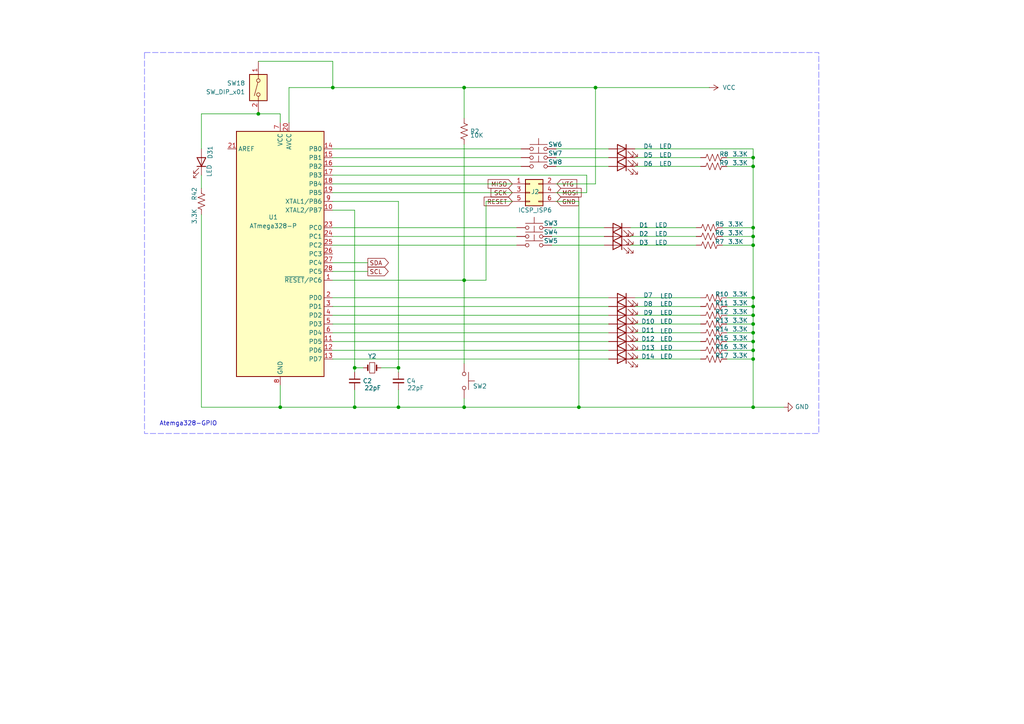
<source format=kicad_sch>
(kicad_sch (version 20250114) (generator "eeschema") (generator_version "9.0")
  (paper "A4")
  (lib_symbols
    (symbol "Connector_Generic:Conn_02x03_Odd_Even" (pin_names (offset 1.016) (hide yes))
      (property "Reference" "J" (at 1.27 5.08 0))
      (property "Value" "Conn_02x03_Odd_Even" (at 1.27 -5.08 0))
      (symbol "Conn_02x03_Odd_Even_1_1"
        (rectangle (start -1.27 3.81) (end 3.81 -3.81) (stroke (width 0.254)) (fill (type background)))
        (rectangle (start -1.27 2.667) (end 0 2.413) (stroke (width 0.1524)))
        (rectangle (start -1.27 0.127) (end 0 -0.127) (stroke (width 0.1524)))
        (rectangle (start -1.27 -2.413) (end 0 -2.667) (stroke (width 0.1524)))
        (rectangle (start 3.81 2.667) (end 2.54 2.413) (stroke (width 0.1524)))
        (rectangle (start 3.81 0.127) (end 2.54 -0.127) (stroke (width 0.1524)))
        (rectangle (start 3.81 -2.413) (end 2.54 -2.667) (stroke (width 0.1524)))
        (pin passive line (at -5.08 2.54 0) (length 3.81) (name "Pin_1") (number "1"))
        (pin passive line (at -5.08 0 0) (length 3.81) (name "Pin_3") (number "3"))
        (pin passive line (at -5.08 -2.54 0) (length 3.81) (name "Pin_5") (number "5"))
        (pin passive line (at 7.62 2.54 180) (length 3.81) (name "Pin_2") (number "2"))
        (pin passive line (at 7.62 0 180) (length 3.81) (name "Pin_4") (number "4"))
        (pin passive line (at 7.62 -2.54 180) (length 3.81) (name "Pin_6") (number "6"))
      )
    )
    (symbol "Device:C_Small" (pin_numbers (hide yes)) (pin_names (offset 0.254) (hide yes))
      (property "Reference" "C" (at 0.254 1.778 0))
      (property "Value" "C_Small" (at 0.254 -2.032 0))
      (symbol "C_Small_0_1"
        (polyline (pts (xy -1.524 0.508) (xy 1.524 0.508)) (stroke (width 0.3048)))
        (polyline (pts (xy -1.524 -0.508) (xy 1.524 -0.508)) (stroke (width 0.3302)))
      )
      (symbol "C_Small_1_1"
        (pin passive line (at 0 2.54 270) (length 2.032) (name "~") (number "1"))
        (pin passive line (at 0 -2.54 90) (length 2.032) (name "~") (number "2"))
      )
    )
    (symbol "Device:Crystal_Small" (pin_numbers (hide yes)) (pin_names (offset 1.016) (hide yes))
      (property "Reference" "Y" (at 0 2.54 0))
      (property "Value" "Crystal_Small" (at 0 -2.54 0))
      (symbol "Crystal_Small_0_1"
        (polyline (pts (xy -1.27 -0.762) (xy -1.27 0.762)) (stroke (width 0.381)))
        (rectangle (start -0.762 -1.524) (end 0.762 1.524))
        (polyline (pts (xy 1.27 -0.762) (xy 1.27 0.762)) (stroke (width 0.381)))
      )
      (symbol "Crystal_Small_1_1"
        (pin passive line (at -2.54 0 0) (length 1.27) (name "1") (number "1"))
        (pin passive line (at 2.54 0 180) (length 1.27) (name "2") (number "2"))
      )
    )
    (symbol "Device:LED" (pin_numbers (hide yes)) (pin_names (offset 1.016) (hide yes))
      (property "Reference" "D" (at 0 2.54 0))
      (property "Value" "LED" (at 0 -2.54 0))
      (symbol "LED_0_1"
        (polyline (pts (xy -3.048 -0.762) (xy -4.572 -2.286) (xy -3.81 -2.286) (xy -4.572 -2.286) (xy -4.572 -1.524)))
        (polyline (pts (xy -1.778 -0.762) (xy -3.302 -2.286) (xy -2.54 -2.286) (xy -3.302 -2.286) (xy -3.302 -1.524)))
        (polyline (pts (xy -1.27 0) (xy 1.27 0)))
        (polyline (pts (xy -1.27 -1.27) (xy -1.27 1.27)) (stroke (width 0.254)))
        (polyline (pts (xy 1.27 -1.27) (xy 1.27 1.27) (xy -1.27 0) (xy 1.27 -1.27)) (stroke (width 0.254)))
      )
      (symbol "LED_1_1"
        (pin passive line (at -3.81 0 0) (length 2.54) (name "K") (number "1"))
        (pin passive line (at 3.81 0 180) (length 2.54) (name "A") (number "2"))
      )
    )
    (symbol "Device:R_US" (pin_numbers (hide yes)) (pin_names (offset 0))
      (property "Reference" "R" (at 2.54 0 90))
      (property "Value" "R_US" (at -2.54 0 90))
      (symbol "R_US_0_1"
        (polyline (pts (xy 0 2.286) (xy 0 2.54)))
        (polyline (pts (xy 0 2.286) (xy 1.016 1.905) (xy 0 1.524) (xy -1.016 1.143) (xy 0 0.762)))
        (polyline (pts (xy 0 0.762) (xy 1.016 0.381) (xy 0 0) (xy -1.016 -0.381) (xy 0 -0.762)))
        (polyline (pts (xy 0 -0.762) (xy 1.016 -1.143) (xy 0 -1.524) (xy -1.016 -1.905) (xy 0 -2.286)))
        (polyline (pts (xy 0 -2.286) (xy 0 -2.54)))
      )
      (symbol "R_US_1_1"
        (pin passive line (at 0 3.81 270) (length 1.27) (name "~") (number "1"))
        (pin passive line (at 0 -3.81 90) (length 1.27) (name "~") (number "2"))
      )
    )
    (symbol "MCU_Microchip_ATmega:ATmega328-P"
      (property "Reference" "U" (at -12.7 36.83 0))
      (property "Value" "ATmega328-P" (at 2.54 -36.83 0))
      (symbol "ATmega328-P_0_1"
        (rectangle (start -12.7 -35.56) (end 12.7 35.56) (stroke (width 0.254)) (fill (type background)))
      )
      (symbol "ATmega328-P_1_1"
        (pin passive line (at -15.24 30.48 0) (length 2.54) (name "AREF") (number "21"))
        (pin power_in line (at 0 38.1 270) (length 2.54) (name "VCC") (number "7"))
        (pin passive line (at 0 -38.1 90) (length 2.54) (hide yes) (name "GND") (number "22"))
        (pin power_in line (at 0 -38.1 90) (length 2.54) (name "GND") (number "8"))
        (pin power_in line (at 2.54 38.1 270) (length 2.54) (name "AVCC") (number "20"))
        (pin bidirectional line (at 15.24 30.48 180) (length 2.54) (name "PB0") (number "14"))
        (pin bidirectional line (at 15.24 27.94 180) (length 2.54) (name "PB1") (number "15"))
        (pin bidirectional line (at 15.24 25.4 180) (length 2.54) (name "PB2") (number "16"))
        (pin bidirectional line (at 15.24 22.86 180) (length 2.54) (name "PB3") (number "17"))
        (pin bidirectional line (at 15.24 20.32 180) (length 2.54) (name "PB4") (number "18"))
        (pin bidirectional line (at 15.24 17.78 180) (length 2.54) (name "PB5") (number "19"))
        (pin bidirectional line (at 15.24 15.24 180) (length 2.54) (name "XTAL1/PB6") (number "9"))
        (pin bidirectional line (at 15.24 12.7 180) (length 2.54) (name "XTAL2/PB7") (number "10"))
        (pin bidirectional line (at 15.24 7.62 180) (length 2.54) (name "PC0") (number "23"))
        (pin bidirectional line (at 15.24 5.08 180) (length 2.54) (name "PC1") (number "24"))
        (pin bidirectional line (at 15.24 2.54 180) (length 2.54) (name "PC2") (number "25"))
        (pin bidirectional line (at 15.24 0 180) (length 2.54) (name "PC3") (number "26"))
        (pin bidirectional line (at 15.24 -2.54 180) (length 2.54) (name "PC4") (number "27"))
        (pin bidirectional line (at 15.24 -5.08 180) (length 2.54) (name "PC5") (number "28"))
        (pin bidirectional line (at 15.24 -7.62 180) (length 2.54) (name "~{RESET}/PC6") (number "1"))
        (pin bidirectional line (at 15.24 -12.7 180) (length 2.54) (name "PD0") (number "2"))
        (pin bidirectional line (at 15.24 -15.24 180) (length 2.54) (name "PD1") (number "3"))
        (pin bidirectional line (at 15.24 -17.78 180) (length 2.54) (name "PD2") (number "4"))
        (pin bidirectional line (at 15.24 -20.32 180) (length 2.54) (name "PD3") (number "5"))
        (pin bidirectional line (at 15.24 -22.86 180) (length 2.54) (name "PD4") (number "6"))
        (pin bidirectional line (at 15.24 -25.4 180) (length 2.54) (name "PD5") (number "11"))
        (pin bidirectional line (at 15.24 -27.94 180) (length 2.54) (name "PD6") (number "12"))
        (pin bidirectional line (at 15.24 -30.48 180) (length 2.54) (name "PD7") (number "13"))
      )
    )
    (symbol "Switch:SW_DIP_x01" (pin_names (offset 0) (hide yes))
      (property "Reference" "SW" (at 0 3.81 0))
      (property "Value" "SW_DIP_x01" (at 0 -3.81 0))
      (symbol "SW_DIP_x01_0_0"
        (circle (center -2.032 0) (radius 0.508))
        (polyline (pts (xy -1.524 0.127) (xy 2.3622 1.1684)))
        (circle (center 2.032 0) (radius 0.508))
      )
      (symbol "SW_DIP_x01_0_1"
        (rectangle (start -3.81 2.54) (end 3.81 -2.54) (stroke (width 0.254)) (fill (type background)))
      )
      (symbol "SW_DIP_x01_1_1"
        (pin passive line (at -7.62 0 0) (length 5.08) (name "~") (number "1"))
        (pin passive line (at 7.62 0 180) (length 5.08) (name "~") (number "2"))
      )
    )
    (symbol "Switch:SW_Push" (pin_numbers (hide yes)) (pin_names (offset 1.016) (hide yes))
      (property "Reference" "SW" (at 1.27 2.54 0))
      (property "Value" "SW_Push" (at 0 -1.524 0))
      (symbol "SW_Push_0_1"
        (circle (center -2.032 0) (radius 0.508))
        (polyline (pts (xy 0 1.27) (xy 0 3.048)))
        (circle (center 2.032 0) (radius 0.508))
        (polyline (pts (xy 2.54 1.27) (xy -2.54 1.27)))
        (pin passive line (at -5.08 0 0) (length 2.54) (name "1") (number "1"))
        (pin passive line (at 5.08 0 180) (length 2.54) (name "2") (number "2"))
      )
    )
    (symbol "power:GND" (power) (pin_numbers (hide yes)) (pin_names (offset 0) (hide yes))
      (property "Value" "GND" (at 0 -3.81 0))
      (symbol "GND_0_1"
        (polyline (pts (xy 0 0) (xy 0 -1.27) (xy 1.27 -1.27) (xy 0 -2.54) (xy -1.27 -1.27) (xy 0 -1.27)))
      )
      (symbol "GND_1_1"
        (pin power_in line (at 0 0 270) (length 0) (name "~") (number "1"))
      )
    )
    (symbol "power:VCC" (power) (pin_numbers (hide yes)) (pin_names (offset 0) (hide yes))
      (property "Value" "VCC" (at 0 3.556 0))
      (symbol "VCC_0_1"
        (polyline (pts (xy -0.762 1.27) (xy 0 2.54)))
        (polyline (pts (xy 0 2.54) (xy 0.762 1.27)))
        (polyline (pts (xy 0 0) (xy 0 2.54)))
      )
      (symbol "VCC_1_1"
        (pin power_in line (at 0 0 90) (length 0) (name "~") (number "1"))
      )
    )
  )
  (rectangle (start 41.91 15.24) (end 237.49 125.73) (stroke (width 0) (type dash) (color 99 93 255 1)))
  (text "Atemga328-GPIO" (at 54.61 122.936 0) (effects (font (size 1.27 1.27))))
  (junction (at 134.62 25.4))
  (junction (at 218.44 86.36))
  (junction (at 218.44 45.72))
  (junction (at 218.44 99.06))
  (junction (at 167.894 118.11))
  (junction (at 218.44 71.12))
  (junction (at 218.44 118.11))
  (junction (at 115.57 118.11))
  (junction (at 218.44 101.6))
  (junction (at 218.44 104.14))
  (junction (at 218.44 66.04))
  (junction (at 218.44 96.52))
  (junction (at 218.44 68.58))
  (junction (at 81.28 118.11))
  (junction (at 218.44 93.98))
  (junction (at 134.62 118.11))
  (junction (at 218.44 48.26))
  (junction (at 115.57 106.68))
  (junction (at 134.62 81.28))
  (junction (at 102.87 118.11))
  (junction (at 218.44 88.9))
  (junction (at 102.87 106.68))
  (junction (at 218.44 91.44))
  (junction (at 74.93 33.02))
  (junction (at 96.52 25.4))
  (junction (at 172.72 25.4))
  (wire (pts (xy 134.62 25.4) (xy 134.62 34.29)))
  (wire (pts (xy 96.52 78.74) (xy 106.68 78.74)))
  (wire (pts (xy 96.52 68.58) (xy 149.86 68.58)))
  (wire (pts (xy 58.42 62.23) (xy 58.42 118.11)))
  (wire (pts (xy 172.72 25.4) (xy 205.74 25.4)))
  (wire (pts (xy 210.82 99.06) (xy 218.44 99.06)))
  (wire (pts (xy 74.93 33.02) (xy 81.28 33.02)))
  (wire (pts (xy 209.55 66.04) (xy 218.44 66.04)))
  (wire (pts (xy 134.62 118.11) (xy 167.894 118.11)))
  (wire (pts (xy 96.52 96.52) (xy 176.53 96.52)))
  (wire (pts (xy 161.29 58.42) (xy 167.894 58.42)))
  (wire (pts (xy 96.52 48.26) (xy 151.13 48.26)))
  (wire (pts (xy 218.44 66.04) (xy 218.44 68.58)))
  (wire (pts (xy 96.52 76.2) (xy 106.68 76.2)))
  (wire (pts (xy 182.88 68.58) (xy 201.93 68.58)))
  (wire (pts (xy 184.15 96.52) (xy 203.2 96.52)))
  (wire (pts (xy 184.15 99.06) (xy 203.2 99.06)))
  (wire (pts (xy 161.29 43.18) (xy 176.53 43.18)))
  (wire (pts (xy 218.44 68.58) (xy 218.44 71.12)))
  (wire (pts (xy 218.44 96.52) (xy 218.44 99.06)))
  (wire (pts (xy 58.42 118.11) (xy 81.28 118.11)))
  (wire (pts (xy 102.87 118.11) (xy 115.57 118.11)))
  (wire (pts (xy 58.42 43.18) (xy 58.42 33.02)))
  (wire (pts (xy 96.52 91.44) (xy 176.53 91.44)))
  (wire (pts (xy 218.44 104.14) (xy 218.44 118.11)))
  (wire (pts (xy 134.62 25.4) (xy 172.72 25.4)))
  (wire (pts (xy 218.44 71.12) (xy 218.44 86.36)))
  (wire (pts (xy 83.82 25.4) (xy 83.82 35.56)))
  (wire (pts (xy 161.29 45.72) (xy 176.53 45.72)))
  (wire (pts (xy 134.62 41.91) (xy 134.62 81.28)))
  (wire (pts (xy 184.15 48.26) (xy 203.2 48.26)))
  (wire (pts (xy 210.82 101.6) (xy 218.44 101.6)))
  (wire (pts (xy 96.52 55.88) (xy 148.59 55.88)))
  (wire (pts (xy 210.82 93.98) (xy 218.44 93.98)))
  (wire (pts (xy 96.52 99.06) (xy 176.53 99.06)))
  (wire (pts (xy 58.42 33.02) (xy 74.93 33.02)))
  (wire (pts (xy 140.97 58.42) (xy 140.97 81.28)))
  (wire (pts (xy 210.82 104.14) (xy 218.44 104.14)))
  (wire (pts (xy 74.93 17.78) (xy 96.52 17.78)))
  (wire (pts (xy 218.44 101.6) (xy 218.44 104.14)))
  (wire (pts (xy 96.52 58.42) (xy 115.57 58.42)))
  (wire (pts (xy 58.42 50.8) (xy 58.42 54.61)))
  (wire (pts (xy 148.59 58.42) (xy 140.97 58.42)))
  (wire (pts (xy 184.15 101.6) (xy 203.2 101.6)))
  (wire (pts (xy 184.15 43.18) (xy 218.44 43.18)))
  (wire (pts (xy 209.55 68.58) (xy 218.44 68.58)))
  (wire (pts (xy 102.87 106.68) (xy 105.41 106.68)))
  (wire (pts (xy 218.44 45.72) (xy 218.44 48.26)))
  (wire (pts (xy 218.44 48.26) (xy 218.44 66.04)))
  (wire (pts (xy 81.28 118.11) (xy 102.87 118.11)))
  (wire (pts (xy 182.88 71.12) (xy 201.93 71.12)))
  (wire (pts (xy 160.02 71.12) (xy 175.26 71.12)))
  (wire (pts (xy 96.52 53.34) (xy 148.59 53.34)))
  (wire (pts (xy 115.57 118.11) (xy 134.62 118.11)))
  (wire (pts (xy 161.29 48.26) (xy 176.53 48.26)))
  (wire (pts (xy 167.894 118.11) (xy 218.44 118.11)))
  (wire (pts (xy 182.88 66.04) (xy 201.93 66.04)))
  (wire (pts (xy 83.82 25.4) (xy 96.52 25.4)))
  (wire (pts (xy 218.44 86.36) (xy 218.44 88.9)))
  (wire (pts (xy 134.62 81.28) (xy 134.62 105.41)))
  (wire (pts (xy 96.52 50.8) (xy 170.18 50.8)))
  (wire (pts (xy 96.52 17.78) (xy 96.52 25.4)))
  (wire (pts (xy 184.15 91.44) (xy 203.2 91.44)))
  (wire (pts (xy 209.55 71.12) (xy 218.44 71.12)))
  (wire (pts (xy 184.15 104.14) (xy 203.2 104.14)))
  (wire (pts (xy 102.87 113.03) (xy 102.87 118.11)))
  (wire (pts (xy 96.52 93.98) (xy 176.53 93.98)))
  (wire (pts (xy 115.57 113.03) (xy 115.57 118.11)))
  (wire (pts (xy 210.82 48.26) (xy 218.44 48.26)))
  (wire (pts (xy 102.87 60.96) (xy 96.52 60.96)))
  (wire (pts (xy 96.52 71.12) (xy 149.86 71.12)))
  (wire (pts (xy 170.18 50.8) (xy 170.18 55.88)))
  (wire (pts (xy 218.44 88.9) (xy 218.44 91.44)))
  (wire (pts (xy 210.82 86.36) (xy 218.44 86.36)))
  (wire (pts (xy 218.44 99.06) (xy 218.44 101.6)))
  (wire (pts (xy 96.52 25.4) (xy 134.62 25.4)))
  (wire (pts (xy 210.82 91.44) (xy 218.44 91.44)))
  (wire (pts (xy 210.82 96.52) (xy 218.44 96.52)))
  (wire (pts (xy 96.52 45.72) (xy 151.13 45.72)))
  (wire (pts (xy 184.15 86.36) (xy 203.2 86.36)))
  (wire (pts (xy 218.44 93.98) (xy 218.44 96.52)))
  (wire (pts (xy 172.72 53.34) (xy 161.29 53.34)))
  (wire (pts (xy 184.15 88.9) (xy 203.2 88.9)))
  (wire (pts (xy 96.52 104.14) (xy 176.53 104.14)))
  (wire (pts (xy 218.44 43.18) (xy 218.44 45.72)))
  (wire (pts (xy 96.52 81.28) (xy 134.62 81.28)))
  (wire (pts (xy 134.62 115.57) (xy 134.62 118.11)))
  (wire (pts (xy 102.87 106.68) (xy 102.87 107.95)))
  (wire (pts (xy 218.44 118.11) (xy 227.33 118.11)))
  (wire (pts (xy 96.52 43.18) (xy 151.13 43.18)))
  (wire (pts (xy 96.52 66.04) (xy 149.86 66.04)))
  (wire (pts (xy 81.28 33.02) (xy 81.28 35.56)))
  (wire (pts (xy 210.82 88.9) (xy 218.44 88.9)))
  (wire (pts (xy 96.52 86.36) (xy 176.53 86.36)))
  (wire (pts (xy 184.15 93.98) (xy 203.2 93.98)))
  (wire (pts (xy 167.894 58.42) (xy 167.894 118.11)))
  (wire (pts (xy 160.02 66.04) (xy 175.26 66.04)))
  (wire (pts (xy 81.28 111.76) (xy 81.28 118.11)))
  (wire (pts (xy 218.44 91.44) (xy 218.44 93.98)))
  (wire (pts (xy 96.52 101.6) (xy 176.53 101.6)))
  (wire (pts (xy 134.62 81.28) (xy 140.97 81.28)))
  (wire (pts (xy 160.02 68.58) (xy 175.26 68.58)))
  (wire (pts (xy 115.57 106.68) (xy 115.57 107.95)))
  (wire (pts (xy 172.72 25.4) (xy 172.72 53.34)))
  (wire (pts (xy 96.52 88.9) (xy 176.53 88.9)))
  (wire (pts (xy 110.49 106.68) (xy 115.57 106.68)))
  (wire (pts (xy 170.18 55.88) (xy 161.29 55.88)))
  (wire (pts (xy 115.57 58.42) (xy 115.57 106.68)))
  (wire (pts (xy 184.15 45.72) (xy 203.2 45.72)))
  (wire (pts (xy 102.87 60.96) (xy 102.87 106.68)))
  (wire (pts (xy 210.82 45.72) (xy 218.44 45.72)))
  (global_label "SCL" (shape output) (at 106.68 78.74 0) (property "Intersheetrefs" "${INTERSHEET_REFS}" (effects (hide yes))))
  (global_label "RESET" (shape input) (at 148.59 58.42 180) (property "Intersheetrefs" "${INTERSHEET_REFS}" (effects (hide yes))))
  (global_label "VTG" (shape input) (at 161.544 53.34 0) (property "Intersheetrefs" "${INTERSHEET_REFS}" (effects (hide yes))))
  (global_label "SCK" (shape input) (at 148.59 55.88 180) (property "Intersheetrefs" "${INTERSHEET_REFS}" (effects (hide yes))))
  (global_label "GND" (shape input) (at 161.544 58.42 0) (property "Intersheetrefs" "${INTERSHEET_REFS}" (effects (hide yes))))
  (global_label "MOSI" (shape input) (at 161.544 55.88 0) (property "Intersheetrefs" "${INTERSHEET_REFS}" (effects (hide yes))))
  (global_label "MISO" (shape input) (at 148.59 53.34 180) (property "Intersheetrefs" "${INTERSHEET_REFS}" (effects (hide yes))))
  (global_label "SDA" (shape output) (at 106.68 76.2 0) (property "Intersheetrefs" "${INTERSHEET_REFS}" (effects (hide yes))))
  (symbol (lib_id "Device:R_US") (at 134.62 38.1 0) (unit 1)
    (property "Reference" "R2" (at 136.3472 38.1 0) (effects (justify left)))
    (property "Value" "10K" (at 136.3472 39.243 0) (effects (justify left)))
    (property "Footprint" "Resistor_THT:R_Axial_DIN0204_L3.6mm_D1.6mm_P5.08mm_Horizontal" (effects (hide yes)))
  )
  (symbol (lib_id "Device:Crystal_Small") (at 107.95 106.68 0) (unit 1)
    (property "Reference" "Y2" (at 107.95 103.3018 0))
    (property "Value" "16MHz" (effects (hide yes)))
    (property "Footprint" "Crystal:Crystal_HC49-4H_Vertical" (effects (hide yes)))
  )
  (symbol (lib_id "Device:C_Small") (at 102.87 110.49 0) (unit 1)
    (property "Reference" "C2" (at 105.2068 110.49 0) (effects (justify left)))
    (property "Value" "22pF" (at 105.664 112.522 0) (effects (justify left)))
    (property "Footprint" "Capacitor_THT:CP_Radial_D5.0mm_P2.00mm" (effects (hide yes)))
  )
  (symbol (lib_id "Device:C_Small") (at 115.57 110.49 0) (unit 1)
    (property "Reference" "C4" (at 117.9068 110.49 0) (effects (justify left)))
    (property "Value" "22pF" (at 118.11 112.522 0) (effects (justify left)))
    (property "Footprint" "Capacitor_THT:CP_Radial_D5.0mm_P2.00mm" (effects (hide yes)))
  )
  (symbol (lib_id "Connector_Generic:Conn_02x03_Odd_Even") (at 153.67 55.88 0) (unit 1)
    (property "Reference" "J2" (at 155.194 55.626 0))
    (property "Value" "ICSP_ISP6" (at 155.194 60.96 0))
    (property "Footprint" "Connector_PinHeader_2.00mm:PinHeader_2x03_P2.00mm_Vertical" (effects (hide yes)))
  )
  (symbol (lib_id "Switch:SW_Push") (at 154.94 66.04 0) (unit 1)
    (property "Reference" "SW3" (at 159.766 64.77 0))
    (property "Value" "SW_Push" (effects (hide yes)))
    (property "Footprint" "Button_Switch_THT:SW_DIP_SPSTx01_Slide_6.7x4.1mm_W7.62mm_P2.54mm_LowProfile" (effects (hide yes)))
    (property "Description" "Push button switch, generic, two pins" (effects (hide yes)))
  )
  (symbol (lib_id "Device:R_US") (at 205.74 66.04 90) (unit 1)
    (property "Reference" "R5" (at 210.058 65.024 90) (effects (justify left)))
    (property "Value" "3.3K" (at 215.646 65.024 90) (effects (justify left)))
    (property "Footprint" "Resistor_THT:R_Axial_DIN0204_L3.6mm_D1.6mm_P5.08mm_Horizontal" (effects (hide yes)))
  )
  (symbol (lib_id "Device:LED") (at 180.34 45.72 0) (mirror y) (unit 1)
    (property "Reference" "D5" (at 187.96 44.958 0))
    (property "Value" "LED" (at 193.04 44.958 0))
    (property "Footprint" "LED_THT:LED_D3.0mm_Horizontal_O1.27mm_Z2.0mm" (effects (hide yes)))
    (property "Description" "Light emitting diode" (effects (hide yes)))
    (property "Sim.Pins" "1=K 2=A" (effects (hide yes)))
  )
  (symbol (lib_id "Device:LED") (at 180.34 96.52 0) (mirror y) (unit 1)
    (property "Reference" "D11" (at 187.96 95.758 0))
    (property "Value" "LED" (at 193.294 96.012 0))
    (property "Footprint" "LED_THT:LED_D3.0mm_Horizontal_O1.27mm_Z2.0mm" (effects (hide yes)))
    (property "Description" "Light emitting diode" (effects (hide yes)))
    (property "Sim.Pins" "1=K 2=A" (effects (hide yes)))
  )
  (symbol (lib_id "power:VCC") (at 205.74 25.4 270) (unit 1)
    (property "Reference" "#PWR012" (effects (hide yes)))
    (property "Value" "VCC" (at 209.55 25.4 90) (effects (justify left)))
  )
  (symbol (lib_id "power:GND") (at 227.33 118.11 90) (unit 1)
    (property "Reference" "#PWR09" (effects (hide yes)))
    (property "Value" "GND" (at 230.5812 117.983 90) (effects (justify right)))
  )
  (symbol (lib_id "Device:R_US") (at 207.01 104.14 90) (unit 1)
    (property "Reference" "R17" (at 211.328 103.124 90) (effects (justify left)))
    (property "Value" "3.3K" (at 216.916 103.124 90) (effects (justify left)))
    (property "Footprint" "Resistor_THT:R_Axial_DIN0204_L3.6mm_D1.6mm_P5.08mm_Horizontal" (effects (hide yes)))
  )
  (symbol (lib_id "Device:R_US") (at 205.74 68.58 90) (unit 1)
    (property "Reference" "R6" (at 210.058 67.564 90) (effects (justify left)))
    (property "Value" "3.3K" (at 215.646 67.564 90) (effects (justify left)))
    (property "Footprint" "Resistor_THT:R_Axial_DIN0204_L3.6mm_D1.6mm_P5.08mm_Horizontal" (effects (hide yes)))
  )
  (symbol (lib_id "Device:R_US") (at 207.01 93.98 90) (unit 1)
    (property "Reference" "R13" (at 211.328 92.964 90) (effects (justify left)))
    (property "Value" "3.3K" (at 216.916 92.964 90) (effects (justify left)))
    (property "Footprint" "Resistor_THT:R_Axial_DIN0204_L3.6mm_D1.6mm_P5.08mm_Horizontal" (effects (hide yes)))
  )
  (symbol (lib_id "Device:LED") (at 180.34 93.98 0) (mirror y) (unit 1)
    (property "Reference" "D10" (at 187.96 93.218 0))
    (property "Value" "LED" (at 193.294 93.218 0))
    (property "Footprint" "LED_THT:LED_D3.0mm_Horizontal_O1.27mm_Z2.0mm" (effects (hide yes)))
    (property "Description" "Light emitting diode" (effects (hide yes)))
    (property "Sim.Pins" "1=K 2=A" (effects (hide yes)))
  )
  (symbol (lib_id "Device:LED") (at 180.34 91.44 0) (mirror y) (unit 1)
    (property "Reference" "D9" (at 187.96 90.678 0))
    (property "Value" "LED" (at 193.294 90.678 0))
    (property "Footprint" "LED_THT:LED_D3.0mm_Horizontal_O1.27mm_Z2.0mm" (effects (hide yes)))
    (property "Description" "Light emitting diode" (effects (hide yes)))
    (property "Sim.Pins" "1=K 2=A" (effects (hide yes)))
  )
  (symbol (lib_id "Device:LED") (at 180.34 99.06 0) (mirror y) (unit 1)
    (property "Reference" "D12" (at 187.96 98.298 0))
    (property "Value" "LED" (at 193.294 98.298 0))
    (property "Footprint" "LED_THT:LED_D3.0mm_Horizontal_O1.27mm_Z2.0mm" (effects (hide yes)))
    (property "Description" "Light emitting diode" (effects (hide yes)))
    (property "Sim.Pins" "1=K 2=A" (effects (hide yes)))
  )
  (symbol (lib_id "Device:R_US") (at 207.01 45.72 90) (unit 1)
    (property "Reference" "R8" (at 211.328 44.704 90) (effects (justify left)))
    (property "Value" "3.3K" (at 216.916 44.704 90) (effects (justify left)))
    (property "Footprint" "Resistor_THT:R_Axial_DIN0204_L3.6mm_D1.6mm_P5.08mm_Horizontal" (effects (hide yes)))
  )
  (symbol (lib_id "MCU_Microchip_ATmega:ATmega328-P") (at 81.28 73.66 0) (unit 1)
    (property "Reference" "U1" (at 79.248 62.992 0))
    (property "Value" "ATmega328-P" (at 79.248 65.532 0))
    (property "Footprint" "Package_DIP:DIP-28_W7.62mm" (effects (hide yes)))
    (property "Datasheet" "http://ww1.microchip.com/downloads/en/DeviceDoc/ATmega328_P%20AVR%20MCU%20with%20picoPower%20Technology%20Data%20Sheet%2040001984A.pdf" (effects (hide yes)))
    (property "Description" "20MHz, 32kB Flash, 2kB SRAM, 1kB EEPROM, DIP-28" (effects (hide yes)))
  )
  (symbol (lib_id "Device:LED") (at 58.42 46.99 270) (mirror x) (unit 1)
    (property "Reference" "D31" (at 60.96 44.196 0))
    (property "Value" "LED" (at 60.706 49.53 0))
    (property "Footprint" "LED_THT:LED_D3.0mm_Horizontal_O1.27mm_Z2.0mm" (effects (hide yes)))
    (property "Description" "Light emitting diode" (effects (hide yes)))
    (property "Sim.Pins" "1=K 2=A" (effects (hide yes)))
  )
  (symbol (lib_id "Device:R_US") (at 207.01 91.44 90) (unit 1)
    (property "Reference" "R12" (at 211.328 90.424 90) (effects (justify left)))
    (property "Value" "3.3K" (at 216.916 90.424 90) (effects (justify left)))
    (property "Footprint" "Resistor_THT:R_Axial_DIN0204_L3.6mm_D1.6mm_P5.08mm_Horizontal" (effects (hide yes)))
  )
  (symbol (lib_id "Switch:SW_Push") (at 134.62 110.49 270) (unit 1)
    (property "Reference" "SW2" (at 139.192 112.014 90))
    (property "Value" "SW_Push" (effects (hide yes)))
    (property "Footprint" "Button_Switch_THT:SW_DIP_SPSTx01_Slide_6.7x4.1mm_W7.62mm_P2.54mm_LowProfile" (effects (hide yes)))
    (property "Description" "Push button switch, generic, two pins" (effects (hide yes)))
  )
  (symbol (lib_id "Switch:SW_DIP_x01") (at 74.93 25.4 90) (mirror x) (unit 1)
    (property "Reference" "SW18" (at 71.12 24.1299 90) (effects (justify left)))
    (property "Value" "SW_DIP_x01" (at 71.12 26.6699 90) (effects (justify left)))
    (property "Description" "1x DIP Switch, Single Pole Single Throw (SPST) switch, small symbol" (effects (hide yes)))
  )
  (symbol (lib_id "Switch:SW_Push") (at 156.21 45.72 0) (unit 1)
    (property "Reference" "SW7" (at 161.036 44.45 0))
    (property "Value" "SW_Push" (effects (hide yes)))
    (property "Footprint" "Button_Switch_THT:SW_DIP_SPSTx01_Slide_6.7x4.1mm_W7.62mm_P2.54mm_LowProfile" (effects (hide yes)))
    (property "Description" "Push button switch, generic, two pins" (effects (hide yes)))
  )
  (symbol (lib_id "Device:LED") (at 179.07 71.12 0) (mirror y) (unit 1)
    (property "Reference" "D3" (at 186.69 70.358 0))
    (property "Value" "LED" (at 191.77 70.358 0))
    (property "Footprint" "LED_THT:LED_D3.0mm_Horizontal_O1.27mm_Z2.0mm" (effects (hide yes)))
    (property "Description" "Light emitting diode" (effects (hide yes)))
    (property "Sim.Pins" "1=K 2=A" (effects (hide yes)))
  )
  (symbol (lib_id "Device:LED") (at 180.34 43.18 0) (mirror y) (unit 1)
    (property "Reference" "D4" (at 187.96 42.418 0))
    (property "Value" "LED" (at 193.04 42.418 0))
    (property "Footprint" "LED_THT:LED_D3.0mm_Horizontal_O1.27mm_Z2.0mm" (effects (hide yes)))
    (property "Description" "Light emitting diode" (effects (hide yes)))
    (property "Sim.Pins" "1=K 2=A" (effects (hide yes)))
  )
  (symbol (lib_id "Device:R_US") (at 207.01 48.26 90) (unit 1)
    (property "Reference" "R9" (at 211.328 47.244 90) (effects (justify left)))
    (property "Value" "3.3K" (at 216.916 47.244 90) (effects (justify left)))
    (property "Footprint" "Resistor_THT:R_Axial_DIN0204_L3.6mm_D1.6mm_P5.08mm_Horizontal" (effects (hide yes)))
  )
  (symbol (lib_id "Switch:SW_Push") (at 154.94 68.58 0) (unit 1)
    (property "Reference" "SW4" (at 159.766 67.31 0))
    (property "Value" "SW_Push" (effects (hide yes)))
    (property "Footprint" "Button_Switch_THT:SW_DIP_SPSTx01_Slide_6.7x4.1mm_W7.62mm_P2.54mm_LowProfile" (effects (hide yes)))
    (property "Description" "Push button switch, generic, two pins" (effects (hide yes)))
  )
  (symbol (lib_id "Device:LED") (at 180.34 104.14 0) (mirror y) (unit 1)
    (property "Reference" "D14" (at 187.96 103.378 0))
    (property "Value" "LED" (at 193.294 103.378 0))
    (property "Footprint" "LED_THT:LED_D3.0mm_Horizontal_O1.27mm_Z2.0mm" (effects (hide yes)))
    (property "Description" "Light emitting diode" (effects (hide yes)))
    (property "Sim.Pins" "1=K 2=A" (effects (hide yes)))
  )
  (symbol (lib_id "Device:LED") (at 179.07 66.04 0) (mirror y) (unit 1)
    (property "Reference" "D1" (at 186.69 65.278 0))
    (property "Value" "LED" (at 191.77 65.278 0))
    (property "Footprint" "LED_THT:LED_D3.0mm_Horizontal_O1.27mm_Z2.0mm" (effects (hide yes)))
    (property "Description" "Light emitting diode" (effects (hide yes)))
    (property "Sim.Pins" "1=K 2=A" (effects (hide yes)))
  )
  (symbol (lib_id "Device:LED") (at 180.34 101.6 0) (mirror y) (unit 1)
    (property "Reference" "D13" (at 187.96 100.838 0))
    (property "Value" "LED" (at 193.294 100.838 0))
    (property "Footprint" "LED_THT:LED_D3.0mm_Horizontal_O1.27mm_Z2.0mm" (effects (hide yes)))
    (property "Description" "Light emitting diode" (effects (hide yes)))
    (property "Sim.Pins" "1=K 2=A" (effects (hide yes)))
  )
  (symbol (lib_id "Switch:SW_Push") (at 154.94 71.12 0) (unit 1)
    (property "Reference" "SW5" (at 159.766 69.85 0))
    (property "Value" "SW_Push" (effects (hide yes)))
    (property "Footprint" "Button_Switch_THT:SW_DIP_SPSTx01_Slide_6.7x4.1mm_W7.62mm_P2.54mm_LowProfile" (effects (hide yes)))
    (property "Description" "Push button switch, generic, two pins" (effects (hide yes)))
  )
  (symbol (lib_id "Switch:SW_Push") (at 156.21 48.26 0) (unit 1)
    (property "Reference" "SW8" (at 161.036 46.99 0))
    (property "Value" "SW_Push" (effects (hide yes)))
    (property "Footprint" "Button_Switch_THT:SW_DIP_SPSTx01_Slide_6.7x4.1mm_W7.62mm_P2.54mm_LowProfile" (effects (hide yes)))
    (property "Description" "Push button switch, generic, two pins" (effects (hide yes)))
  )
  (symbol (lib_id "Device:R_US") (at 58.42 58.42 0) (unit 1)
    (property "Reference" "R42" (at 56.388 58.166 90) (effects (justify left)))
    (property "Value" "3.3K" (at 56.388 65.024 90) (effects (justify left)))
    (property "Footprint" "Resistor_THT:R_Axial_DIN0204_L3.6mm_D1.6mm_P5.08mm_Horizontal" (effects (hide yes)))
  )
  (symbol (lib_id "Device:R_US") (at 207.01 88.9 90) (unit 1)
    (property "Reference" "R11" (at 211.328 87.884 90) (effects (justify left)))
    (property "Value" "3.3K" (at 216.916 87.884 90) (effects (justify left)))
    (property "Footprint" "Resistor_THT:R_Axial_DIN0204_L3.6mm_D1.6mm_P5.08mm_Horizontal" (effects (hide yes)))
  )
  (symbol (lib_id "Switch:SW_Push") (at 156.21 43.18 0) (unit 1)
    (property "Reference" "SW6" (at 161.036 41.91 0))
    (property "Value" "SW_Push" (effects (hide yes)))
    (property "Footprint" "Button_Switch_THT:SW_DIP_SPSTx01_Slide_6.7x4.1mm_W7.62mm_P2.54mm_LowProfile" (effects (hide yes)))
    (property "Description" "Push button switch, generic, two pins" (effects (hide yes)))
  )
  (symbol (lib_id "Device:R_US") (at 207.01 86.36 90) (unit 1)
    (property "Reference" "R10" (at 211.328 85.344 90) (effects (justify left)))
    (property "Value" "3.3K" (at 216.916 85.344 90) (effects (justify left)))
    (property "Footprint" "Resistor_THT:R_Axial_DIN0204_L3.6mm_D1.6mm_P5.08mm_Horizontal" (effects (hide yes)))
  )
  (symbol (lib_id "Device:R_US") (at 205.74 71.12 90) (unit 1)
    (property "Reference" "R7" (at 210.058 70.104 90) (effects (justify left)))
    (property "Value" "3.3K" (at 215.646 70.104 90) (effects (justify left)))
    (property "Footprint" "Resistor_THT:R_Axial_DIN0204_L3.6mm_D1.6mm_P5.08mm_Horizontal" (effects (hide yes)))
  )
  (symbol (lib_id "Device:R_US") (at 207.01 99.06 90) (unit 1)
    (property "Reference" "R15" (at 211.328 98.044 90) (effects (justify left)))
    (property "Value" "3.3K" (at 216.916 98.044 90) (effects (justify left)))
    (property "Footprint" "Resistor_THT:R_Axial_DIN0204_L3.6mm_D1.6mm_P5.08mm_Horizontal" (effects (hide yes)))
  )
  (symbol (lib_id "Device:LED") (at 180.34 86.36 0) (mirror y) (unit 1)
    (property "Reference" "D7" (at 187.96 85.598 0))
    (property "Value" "LED" (at 193.294 85.852 0))
    (property "Footprint" "LED_THT:LED_D3.0mm_Horizontal_O1.27mm_Z2.0mm" (effects (hide yes)))
    (property "Description" "Light emitting diode" (effects (hide yes)))
    (property "Sim.Pins" "1=K 2=A" (effects (hide yes)))
  )
  (symbol (lib_id "Device:R_US") (at 207.01 101.6 90) (unit 1)
    (property "Reference" "R16" (at 211.328 100.584 90) (effects (justify left)))
    (property "Value" "3.3K" (at 216.916 100.584 90) (effects (justify left)))
    (property "Footprint" "Resistor_THT:R_Axial_DIN0204_L3.6mm_D1.6mm_P5.08mm_Horizontal" (effects (hide yes)))
  )
  (symbol (lib_id "Device:LED") (at 180.34 48.26 0) (mirror y) (unit 1)
    (property "Reference" "D6" (at 187.96 47.498 0))
    (property "Value" "LED" (at 193.04 47.498 0))
    (property "Footprint" "LED_THT:LED_D3.0mm_Horizontal_O1.27mm_Z2.0mm" (effects (hide yes)))
    (property "Description" "Light emitting diode" (effects (hide yes)))
    (property "Sim.Pins" "1=K 2=A" (effects (hide yes)))
  )
  (symbol (lib_id "Device:LED") (at 180.34 88.9 0) (mirror y) (unit 1)
    (property "Reference" "D8" (at 187.96 88.138 0))
    (property "Value" "LED" (at 193.294 88.138 0))
    (property "Footprint" "LED_THT:LED_D3.0mm_Horizontal_O1.27mm_Z2.0mm" (effects (hide yes)))
    (property "Description" "Light emitting diode" (effects (hide yes)))
    (property "Sim.Pins" "1=K 2=A" (effects (hide yes)))
  )
  (symbol (lib_id "Device:R_US") (at 207.01 96.52 90) (unit 1)
    (property "Reference" "R14" (at 211.328 95.504 90) (effects (justify left)))
    (property "Value" "3.3K" (at 216.916 95.504 90) (effects (justify left)))
    (property "Footprint" "Resistor_THT:R_Axial_DIN0204_L3.6mm_D1.6mm_P5.08mm_Horizontal" (effects (hide yes)))
  )
  (symbol (lib_id "Device:LED") (at 179.07 68.58 0) (mirror y) (unit 1)
    (property "Reference" "D2" (at 186.69 67.818 0))
    (property "Value" "LED" (at 191.77 67.818 0))
    (property "Footprint" "LED_THT:LED_D3.0mm_Horizontal_O1.27mm_Z2.0mm" (effects (hide yes)))
    (property "Description" "Light emitting diode" (effects (hide yes)))
    (property "Sim.Pins" "1=K 2=A" (effects (hide yes)))
  )
)
</source>
